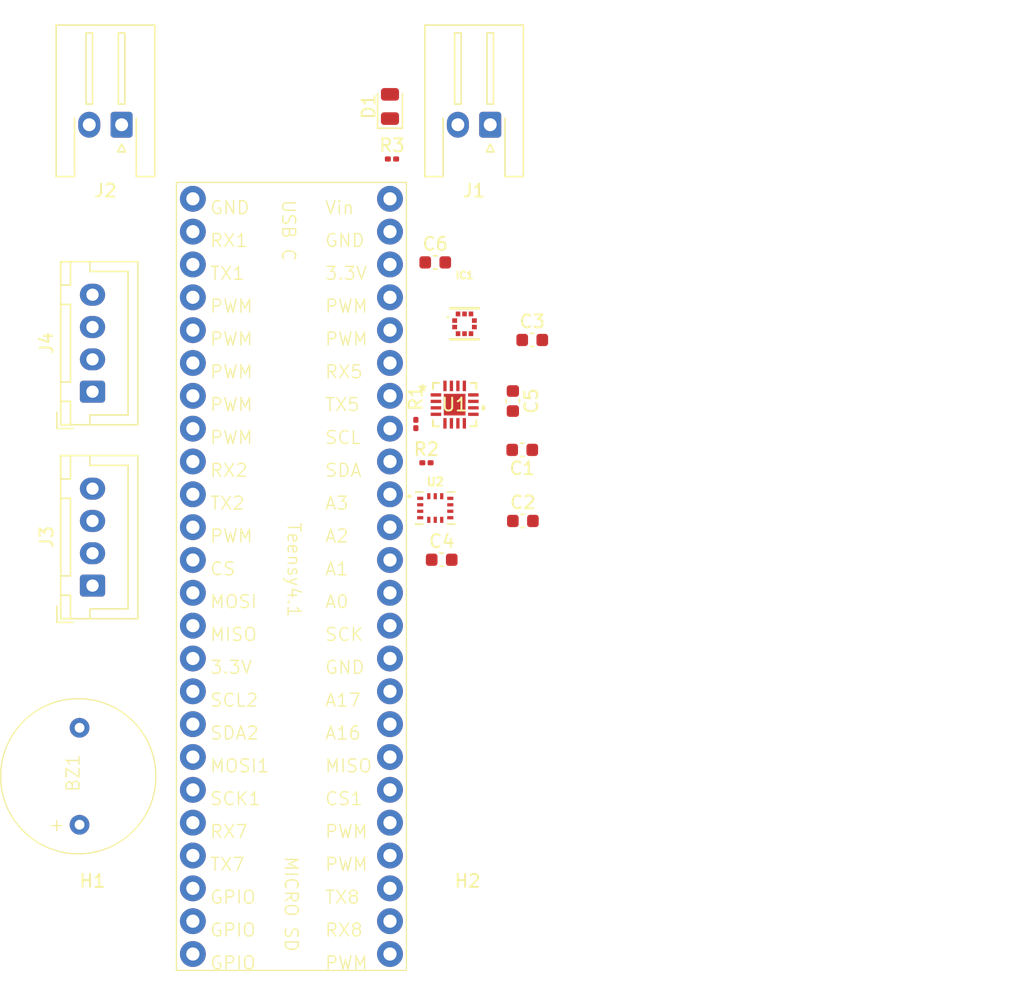
<source format=kicad_pcb>
(kicad_pcb (version 20241229) (generator "pcbnew") (generator_version "9.0")
  (layers (0 "F.Cu" signal) (2 "B.Cu" signal) (13 "F.Paste" user) (15 "B.Paste" user) (5 "F.SilkS" user "F.Silkscreen") (7 "B.SilkS" user "B.Silkscreen") (1 "F.Mask" user) (3 "B.Mask" user) (25 "Edge.Cuts" user))
  (net 0 "")
  (net 3 "/TX")
  (net 4 "/SCL")
  (net 10 "Net-(BZ1-+)")
  (net 12 "GND")
  (net 13 "+5V")
  (net 19 "/RX")
  (net 26 "+3.3V")
  (net 44 "/SDA")
  (net 46 "/Batt-Sw")
  (net 49 "Net-(D1-A)")
  (footprint "Connector_JST:JST_XH_B4B-XH-A_1x04_P2.50mm_Vertical" (layer "F.Cu") (at 142 59.5 90)
    (property "Reference" "J4" (at 3.75 -3.55 90) (layer "F.SilkS"))
    (property "Value" "Radio")
    (fp_line (start -1.6 -2.75) (end -2.85 -2.75) (stroke (width 0.12)) (layer "F.SilkS"))
    (fp_line (start -2.85 -2.75) (end -2.85 -1.5) (stroke (width 0.12)) (layer "F.SilkS"))
    (fp_line (start 10.06 -2.46) (end -2.56 -2.46) (stroke (width 0.12)) (layer "F.SilkS"))
    (fp_line (start -2.56 -2.46) (end -2.56 3.51) (stroke (width 0.12)) (layer "F.SilkS"))
    (fp_line (start 10.05 -2.45) (end 8.25 -2.45) (stroke (width 0.12)) (layer "F.SilkS"))
    (fp_line (start 8.25 -2.45) (end 8.25 -1.7) (stroke (width 0.12)) (layer "F.SilkS"))
    (fp_line (start 6.75 -2.45) (end 0.75 -2.45) (stroke (width 0.12)) (layer "F.SilkS"))
    (fp_line (start 0.75 -2.45) (end 0.75 -1.7) (stroke (width 0.12)) (layer "F.SilkS"))
    (fp_line (start -0.75 -2.45) (end -2.55 -2.45) (stroke (width 0.12)) (layer "F.SilkS"))
    (fp_line (start -2.55 -2.45) (end -2.55 -1.7) (stroke (width 0.12)) (layer "F.SilkS"))
    (fp_line (start 10.05 -1.7) (end 10.05 -2.45) (stroke (width 0.12)) (layer "F.SilkS"))
    (fp_line (start 8.25 -1.7) (end 10.05 -1.7) (stroke (width 0.12)) (layer "F.SilkS"))
    (fp_line (start 6.75 -1.7) (end 6.75 -2.45) (stroke (width 0.12)) (layer "F.SilkS"))
    (fp_line (start 0.75 -1.7) (end 6.75 -1.7) (stroke (width 0.12)) (layer "F.SilkS"))
    (fp_line (start -0.75 -1.7) (end -0.75 -2.45) (stroke (width 0.12)) (layer "F.SilkS"))
    (fp_line (start -2.55 -1.7) (end -0.75 -1.7) (stroke (width 0.12)) (layer "F.SilkS"))
    (fp_line (start 10.05 -0.2) (end 9.3 -0.2) (stroke (width 0.12)) (layer "F.SilkS"))
    (fp_line (start 9.3 -0.2) (end 9.3 2.75) (stroke (width 0.12)) (layer "F.SilkS"))
    (fp_line (start -1.8 -0.2) (end -1.8 2.75) (stroke (width 0.12)) (layer "F.SilkS"))
    (fp_line (start -2.55 -0.2) (end -1.8 -0.2) (stroke (width 0.12)) (layer "F.SilkS"))
    (fp_line (start 9.3 2.75) (end 3.75 2.75) (stroke (width 0.12)) (layer "F.SilkS"))
    (fp_line (start -1.8 2.75) (end 3.75 2.75) (stroke (width 0.12)) (layer "F.SilkS"))
    (fp_line (start 10.06 3.51) (end 10.06 -2.46) (stroke (width 0.12)) (layer "F.SilkS"))
    (fp_line (start -2.56 3.51) (end 10.06 3.51) (stroke (width 0.12)) (layer "F.SilkS"))
    (pad "1" thru_hole roundrect (at 0 0 90) (size 1.7 1.95) (drill 0.95) (layers "*.Cu" "*.Mask") (roundrect_rratio 0.147059) (net 26 "+3.3V"))
    (pad "2" thru_hole oval (at 2.5 0 90) (size 1.7 1.95) (drill 0.95) (layers "*.Cu" "*.Mask") (net 3 "/TX"))
    (pad "3" thru_hole oval (at 5 0 90) (size 1.7 1.95) (drill 0.95) (layers "*.Cu" "*.Mask") (net 19 "/RX"))
    (pad "4" thru_hole oval (at 7.5 0 90) (size 1.7 1.95) (drill 0.95) (layers "*.Cu" "*.Mask") (net 12 "GND"))
  )
  (footprint "Capacitor_SMD:C_0603_1608Metric" (layer "F.Cu") (at 169 72.5)
    (property "Reference" "C4" (at 0 -1.43 0) (layer "F.SilkS"))
    (property "Value" "100nF")
    (fp_line (start -0.14058 -0.51) (end 0.14058 -0.51) (stroke (width 0.12)) (layer "F.SilkS"))
    (fp_line (start -0.14058 0.51) (end 0.14058 0.51) (stroke (width 0.12)) (layer "F.SilkS"))
    (pad "1" smd roundrect (at -0.775 0) (size 0.9 0.95) (layers "F.Cu" "F.Mask" "F.Paste") (net 12 "GND"))
    (pad "2" smd roundrect (at 0.775 0) (size 0.9 0.95) (layers "F.Cu" "F.Mask" "F.Paste") (net 26 "+3.3V"))
  )
  (footprint "Connector_JST:JST_XH_S2B-XH-A-1_1x02_P2.50mm_Horizontal" (layer "F.Cu") (at 172.75 38.85 180)
    (property "Reference" "J1" (at 1.25 -5.1 0) (layer "F.SilkS"))
    (property "Value" "BAT")
    (fp_line (start 5.06 7.71) (end 5.06 -4.01) (stroke (width 0.12)) (layer "F.SilkS"))
    (fp_line (start 5.06 -4.01) (end 3.64 -4.01) (stroke (width 0.12)) (layer "F.SilkS"))
    (fp_line (start 3.64 -4.01) (end 3.64 0.49) (stroke (width 0.12)) (layer "F.SilkS"))
    (fp_line (start 2.75 7.1) (end 2.75 1.6) (stroke (width 0.12)) (layer "F.SilkS"))
    (fp_line (start 2.75 1.6) (end 2.25 1.6) (stroke (width 0.12)) (layer "F.SilkS"))
    (fp_line (start 2.25 7.1) (end 2.75 7.1) (stroke (width 0.12)) (layer "F.SilkS"))
    (fp_line (start 2.25 1.6) (end 2.25 7.1) (stroke (width 0.12)) (layer "F.SilkS"))
    (fp_line (start 1.25 7.71) (end 5.06 7.71) (stroke (width 0.12)) (layer "F.SilkS"))
    (fp_line (start 1.25 7.71) (end -2.56 7.71) (stroke (width 0.12)) (layer "F.SilkS"))
    (fp_line (start 0.3 -2.1) (end 0 -1.5) (stroke (width 0.12)) (layer "F.SilkS"))
    (fp_line (start 0.25 7.1) (end 0.25 1.6) (stroke (width 0.12)) (layer "F.SilkS"))
    (fp_line (start 0.25 1.6) (end -0.25 1.6) (stroke (width 0.12)) (layer "F.SilkS"))
    (fp_line (start 0 -1.5) (end -0.3 -2.1) (stroke (width 0.12)) (layer "F.SilkS"))
    (fp_line (start -0.25 7.1) (end 0.25 7.1) (stroke (width 0.12)) (layer "F.SilkS"))
    (fp_line (start -0.25 1.6) (end -0.25 7.1) (stroke (width 0.12)) (layer "F.SilkS"))
    (fp_line (start -0.3 -2.1) (end 0.3 -2.1) (stroke (width 0.12)) (layer "F.SilkS"))
    (fp_line (start -1.14 -4.01) (end -1.14 0.49) (stroke (width 0.12)) (layer "F.SilkS"))
    (fp_line (start -2.56 7.71) (end -2.56 -4.01) (stroke (width 0.12)) (layer "F.SilkS"))
    (fp_line (start -2.56 -4.01) (end -1.14 -4.01) (stroke (width 0.12)) (layer "F.SilkS"))
    (pad "1" thru_hole roundrect (at 0 0 180) (size 1.7 2) (drill 1) (layers "*.Cu" "*.Mask") (roundrect_rratio 0.147059) (net 46 "/Batt-Sw"))
    (pad "2" thru_hole oval (at 2.5 0 180) (size 1.7 2) (drill 1) (layers "*.Cu" "*.Mask") (net 12 "GND"))
  )
  (footprint "MountingHole:MountingHole_3.2mm_M3" (layer "F.Cu") (at 171 101.5)
    (property "Reference" "H2" (at 0 -4.15 0) (layer "F.SilkS"))
    (property "Value" "MountingHole")
    (pad "" np_thru_hole circle (at 0 0) (size 3.2 3.2) (drill 3.2) (layers "*.Cu" "*.Mask"))
  )
  (footprint "Connector_JST:JST_XH_B4B-XH-A_1x04_P2.50mm_Vertical" (layer "F.Cu") (at 142 74.5 90)
    (property "Reference" "J3" (at 3.75 -3.55 90) (layer "F.SilkS"))
    (property "Value" "GPS")
    (fp_line (start -1.6 -2.75) (end -2.85 -2.75) (stroke (width 0.12)) (layer "F.SilkS"))
    (fp_line (start -2.85 -2.75) (end -2.85 -1.5) (stroke (width 0.12)) (layer "F.SilkS"))
    (fp_line (start 10.06 -2.46) (end -2.56 -2.46) (stroke (width 0.12)) (layer "F.SilkS"))
    (fp_line (start -2.56 -2.46) (end -2.56 3.51) (stroke (width 0.12)) (layer "F.SilkS"))
    (fp_line (start 10.05 -2.45) (end 8.25 -2.45) (stroke (width 0.12)) (layer "F.SilkS"))
    (fp_line (start 8.25 -2.45) (end 8.25 -1.7) (stroke (width 0.12)) (layer "F.SilkS"))
    (fp_line (start 6.75 -2.45) (end 0.75 -2.45) (stroke (width 0.12)) (layer "F.SilkS"))
    (fp_line (start 0.75 -2.45) (end 0.75 -1.7) (stroke (width 0.12)) (layer "F.SilkS"))
    (fp_line (start -0.75 -2.45) (end -2.55 -2.45) (stroke (width 0.12)) (layer "F.SilkS"))
    (fp_line (start -2.55 -2.45) (end -2.55 -1.7) (stroke (width 0.12)) (layer "F.SilkS"))
    (fp_line (start 10.05 -1.7) (end 10.05 -2.45) (stroke (width 0.12)) (layer "F.SilkS"))
    (fp_line (start 8.25 -1.7) (end 10.05 -1.7) (stroke (width 0.12)) (layer "F.SilkS"))
    (fp_line (start 6.75 -1.7) (end 6.75 -2.45) (stroke (width 0.12)) (layer "F.SilkS"))
    (fp_line (start 0.75 -1.7) (end 6.75 -1.7) (stroke (width 0.12)) (layer "F.SilkS"))
    (fp_line (start -0.75 -1.7) (end -0.75 -2.45) (stroke (width 0.12)) (layer "F.SilkS"))
    (fp_line (start -2.55 -1.7) (end -0.75 -1.7) (stroke (width 0.12)) (layer "F.SilkS"))
    (fp_line (start 10.05 -0.2) (end 9.3 -0.2) (stroke (width 0.12)) (layer "F.SilkS"))
    (fp_line (start 9.3 -0.2) (end 9.3 2.75) (stroke (width 0.12)) (layer "F.SilkS"))
    (fp_line (start -1.8 -0.2) (end -1.8 2.75) (stroke (width 0.12)) (layer "F.SilkS"))
    (fp_line (start -2.55 -0.2) (end -1.8 -0.2) (stroke (width 0.12)) (layer "F.SilkS"))
    (fp_line (start 9.3 2.75) (end 3.75 2.75) (stroke (width 0.12)) (layer "F.SilkS"))
    (fp_line (start -1.8 2.75) (end 3.75 2.75) (stroke (width 0.12)) (layer "F.SilkS"))
    (fp_line (start 10.06 3.51) (end 10.06 -2.46) (stroke (width 0.12)) (layer "F.SilkS"))
    (fp_line (start -2.56 3.51) (end 10.06 3.51) (stroke (width 0.12)) (layer "F.SilkS"))
    (pad "1" thru_hole roundrect (at 0 0 90) (size 1.7 1.95) (drill 0.95) (layers "*.Cu" "*.Mask") (roundrect_rratio 0.147059) (net 26 "+3.3V"))
    (pad "2" thru_hole oval (at 2.5 0 90) (size 1.7 1.95) (drill 0.95) (layers "*.Cu" "*.Mask") (net 44 "/SDA"))
    (pad "3" thru_hole oval (at 5 0 90) (size 1.7 1.95) (drill 0.95) (layers "*.Cu" "*.Mask") (net 4 "/SCL"))
    (pad "4" thru_hole oval (at 7.5 0 90) (size 1.7 1.95) (drill 0.95) (layers "*.Cu" "*.Mask") (net 12 "GND"))
  )
  (footprint "(2511020213301) Barometer Files:WSEN-PADS_2511020213301" (layer "F.Cu") (at 170.7625 54.25)
    (property "Reference" "IC1" (at 0 -3.75 0) (layer "F.SilkS") (effects (font (size 0.551181 0.551181))))
    (property "Value" "WSEN-PADS_2511020213301 (Barometer)")
    (fp_line (start -1.1 -1.2) (end 1.1 -1.2) (stroke (width 0.2)) (layer "F.SilkS"))
    (fp_line (start 1.1 1.2) (end -1.1 1.2) (stroke (width 0.2)) (layer "F.SilkS"))
    (fp_circle (center -1.27 -0.508) (end -1.22 -0.508) (stroke (width 0.1)) (fill no) (layer "F.SilkS"))
    (pad "1" smd rect (at -0.7625 -0.25) (size 0.375 0.35) (layers "F.Cu") (net 26 "+3.3V"))
    (pad "2" smd rect (at -0.7625 0.25) (size 0.375 0.35) (layers "F.Cu") (net 4 "/SCL"))
    (pad "3" smd rect (at -0.5 0.7625) (size 0.35 0.375) (layers "F.Cu") (net 12 "GND"))
    (pad "4" smd rect (at 0 0.7625) (size 0.35 0.375) (layers "F.Cu") (net 44 "/SDA"))
    (pad "5" smd rect (at 0.5 0.7625) (size 0.35 0.375) (layers "F.Cu") (net 26 "+3.3V"))
    (pad "6" smd rect (at 0.7625 0.25) (size 0.375 0.35) (layers "F.Cu") (net 26 "+3.3V"))
    (pad "7" smd rect (at 0.7625 -0.25) (size 0.375 0.35) (layers "F.Cu"))
    (pad "8" smd rect (at 0.5 -0.7625) (size 0.35 0.375) (layers "F.Cu") (net 12 "GND"))
    (pad "9" smd rect (at 0 -0.7625) (size 0.35 0.375) (layers "F.Cu") (net 12 "GND"))
    (pad "10" smd rect (at -0.5 -0.7625) (size 0.35 0.375) (layers "F.Cu") (net 26 "+3.3V"))
  )
  (footprint "Capacitor_SMD:C_0603_1608Metric" (layer "F.Cu") (at 176 55.5)
    (property "Reference" "C3" (at 0 -1.43 0) (layer "F.SilkS"))
    (property "Value" "100nF")
    (fp_line (start -0.14058 -0.51) (end 0.14058 -0.51) (stroke (width 0.12)) (layer "F.SilkS"))
    (fp_line (start -0.14058 0.51) (end 0.14058 0.51) (stroke (width 0.12)) (layer "F.SilkS"))
    (pad "1" smd roundrect (at -0.775 0) (size 0.9 0.95) (layers "F.Cu" "F.Mask" "F.Paste") (net 12 "GND"))
    (pad "2" smd roundrect (at 0.775 0) (size 0.9 0.95) (layers "F.Cu" "F.Mask" "F.Paste") (net 26 "+3.3V"))
  )
  (footprint "Magnetometer:QFN-16_MLX90393_MEL" (layer "F.Cu") (at 170 60.5)
    (property "Reference" "U1" (at 0 0 0) (layer "F.SilkS"))
    (property "Value" "MLX90393SLW-ABA-011-RE (Magnetometer)")
    (fp_line (start -1.6764 -1.6764) (end -1.6764 -1.209741) (stroke (width 0.1524)) (layer "F.SilkS"))
    (fp_line (start -1.6764 1.209741) (end -1.6764 1.6764) (stroke (width 0.1524)) (layer "F.SilkS"))
    (fp_line (start -1.6764 1.6764) (end -1.209741 1.6764) (stroke (width 0.1524)) (layer "F.SilkS"))
    (fp_line (start -1.209741 -1.6764) (end -1.6764 -1.6764) (stroke (width 0.1524)) (layer "F.SilkS"))
    (fp_line (start 1.209741 1.6764) (end 1.6764 1.6764) (stroke (width 0.1524)) (layer "F.SilkS"))
    (fp_line (start 1.6764 -1.6764) (end 1.209741 -1.6764) (stroke (width 0.1524)) (layer "F.SilkS"))
    (fp_line (start 1.6764 -1.209741) (end 1.6764 -1.6764) (stroke (width 0.1524)) (layer "F.SilkS"))
    (fp_line (start 1.6764 1.6764) (end 1.6764 1.209741) (stroke (width 0.1524)) (layer "F.SilkS"))
    (fp_poly (pts (xy 2.3622 0.059499) (xy 2.3622 0.4405) (xy 2.1082 0.4405) (xy 2.1082 0.059499)) (fill yes) (layer "F.SilkS"))
    (fp_text user "*" (at -2.4892 -1 0) (layer "F.SilkS"))
    (fp_text user "*" (at -2.4892 -1 0) (layer "F.SilkS"))
    (pad "1" smd rect (at -1.4478 -0.750001 90) (size 0.254 0.8128) (layers "F.Cu" "F.Mask" "F.Paste"))
    (pad "2" smd rect (at -1.4478 -0.25 90) (size 0.254 0.8128) (layers "F.Cu" "F.Mask" "F.Paste") (net 26 "+3.3V"))
    (pad "3" smd rect (at -1.4478 0.25 90) (size 0.254 0.8128) (layers "F.Cu" "F.Mask" "F.Paste") (net 4 "/SCL"))
    (pad "4" smd rect (at -1.4478 0.750001 90) (size 0.254 0.8128) (layers "F.Cu" "F.Mask" "F.Paste"))
    (pad "5" smd rect (at -0.750001 1.4478) (size 0.254 0.8128) (layers "F.Cu" "F.Mask" "F.Paste") (net 44 "/SDA"))
    (pad "6" smd rect (at -0.25 1.4478) (size 0.254 0.8128) (layers "F.Cu" "F.Mask" "F.Paste"))
    (pad "7" smd rect (at 0.25 1.4478) (size 0.254 0.8128) (layers "F.Cu" "F.Mask" "F.Paste"))
    (pad "8" smd rect (at 0.750001 1.4478) (size 0.254 0.8128) (layers "F.Cu" "F.Mask" "F.Paste") (net 26 "+3.3V"))
    (pad "9" smd rect (at 1.4478 0.750001 90) (size 0.254 0.8128) (layers "F.Cu" "F.Mask" "F.Paste"))
    (pad "10" smd rect (at 1.4478 0.25 90) (size 0.254 0.8128) (layers "F.Cu" "F.Mask" "F.Paste"))
    (pad "11" smd rect (at 1.4478 -0.25 90) (size 0.254 0.8128) (layers "F.Cu" "F.Mask" "F.Paste") (net 26 "+3.3V"))
    (pad "12" smd rect (at 1.4478 -0.750001 90) (size 0.254 0.8128) (layers "F.Cu" "F.Mask" "F.Paste") (net 26 "+3.3V"))
    (pad "13" smd rect (at 0.750001 -1.4478) (size 0.254 0.8128) (layers "F.Cu" "F.Mask" "F.Paste") (net 12 "GND"))
    (pad "14" smd rect (at 0.25 -1.4478) (size 0.254 0.8128) (layers "F.Cu" "F.Mask" "F.Paste"))
    (pad "15" smd rect (at -0.25 -1.4478) (size 0.254 0.8128) (layers "F.Cu" "F.Mask" "F.Paste") (net 26 "+3.3V"))
    (pad "16" smd rect (at -0.750001 -1.4478) (size 0.254 0.8128) (layers "F.Cu" "F.Mask" "F.Paste"))
    (pad "17" smd rect (at 0 0) (size 1.6764 1.6764) (layers "F.Cu" "F.Mask" "F.Paste"))
  )
  (footprint "MountingHole:MountingHole_3.2mm_M3" (layer "F.Cu") (at 142 101.5)
    (property "Reference" "H1" (at 0 -4.15 0) (layer "F.SilkS"))
    (property "Value" "MountingHole")
    (pad "" np_thru_hole circle (at 0 0) (size 3.2 3.2) (drill 3.2) (layers "*.Cu" "*.Mask"))
  )
  (footprint "Resistor_SMD:R_0201_0603Metric" (layer "F.Cu") (at 165.155 41.5)
    (property "Reference" "R3" (at 0 -1.05 0) (layer "F.SilkS"))
    (property "Value" "560")
    (pad "1" smd roundrect (at -0.32 0) (size 0.46 0.4) (layers "F.Cu" "F.Mask") (net 49 "Net-(D1-A)"))
    (pad "2" smd roundrect (at 0.32 0) (size 0.46 0.4) (layers "F.Cu" "F.Mask") (net 26 "+3.3V"))
  )
  (footprint "(BMI270) IMU Files:XDCR_BMI270" (layer "F.Cu") (at 168.5 68.5)
    (property "Reference" "U2" (at -0.008 -2.0314 0) (layer "F.SilkS") (effects (font (size 0.64 0.64))))
    (property "Value" "BMI270 (IMU)")
    (fp_line (start -1.5 -1.25) (end -1.5 -1.195) (stroke (width 0.127)) (layer "F.SilkS"))
    (fp_line (start -1.5 -1.25) (end -0.945 -1.25) (stroke (width 0.127)) (layer "F.SilkS"))
    (fp_line (start -1.5 1.195) (end -1.5 1.25) (stroke (width 0.127)) (layer "F.SilkS"))
    (fp_line (start -1.5 1.25) (end -0.945 1.25) (stroke (width 0.127)) (layer "F.SilkS"))
    (fp_line (start 0.945 -1.25) (end 1.5 -1.25) (stroke (width 0.127)) (layer "F.SilkS"))
    (fp_line (start 0.945 1.25) (end 1.5 1.25) (stroke (width 0.127)) (layer "F.SilkS"))
    (fp_line (start 1.5 -1.25) (end 1.5 -1.195) (stroke (width 0.127)) (layer "F.SilkS"))
    (fp_line (start 1.5 1.195) (end 1.5 1.25) (stroke (width 0.127)) (layer "F.SilkS"))
    (fp_circle (center -2 -0.9) (end -1.925 -0.9) (stroke (width 0.15)) (fill no) (layer "F.SilkS"))
    (pad "1" smd rect (at -1.1625 -0.75) (size 0.475 0.25) (layers "F.Cu" "F.Mask" "F.Paste") (net 12 "GND"))
    (pad "2" smd rect (at -1.1625 -0.25) (size 0.475 0.25) (layers "F.Cu" "F.Mask" "F.Paste"))
    (pad "3" smd rect (at -1.1625 0.25) (size 0.475 0.25) (layers "F.Cu" "F.Mask" "F.Paste"))
    (pad "4" smd rect (at -1.1625 0.75) (size 0.475 0.25) (layers "F.Cu" "F.Mask" "F.Paste"))
    (pad "5" smd rect (at -0.5 0.9125) (size 0.25 0.475) (layers "F.Cu" "F.Mask" "F.Paste") (net 26 "+3.3V"))
    (pad "6" smd rect (at 0 0.9125) (size 0.25 0.475) (layers "F.Cu" "F.Mask" "F.Paste") (net 12 "GND"))
    (pad "7" smd rect (at 0.5 0.9125) (size 0.25 0.475) (layers "F.Cu" "F.Mask" "F.Paste") (net 12 "GND"))
    (pad "8" smd rect (at 1.1625 0.75) (size 0.475 0.25) (layers "F.Cu" "F.Mask" "F.Paste") (net 26 "+3.3V"))
    (pad "9" smd rect (at 1.1625 0.25) (size 0.475 0.25) (layers "F.Cu" "F.Mask" "F.Paste"))
    (pad "10" smd rect (at 1.1625 -0.25) (size 0.475 0.25) (layers "F.Cu" "F.Mask" "F.Paste"))
    (pad "11" smd rect (at 1.1625 -0.75) (size 0.475 0.25) (layers "F.Cu" "F.Mask" "F.Paste"))
    (pad "12" smd rect (at 0.5 -0.9125) (size 0.25 0.475) (layers "F.Cu" "F.Mask" "F.Paste") (net 26 "+3.3V"))
    (pad "13" smd rect (at 0 -0.9125) (size 0.25 0.475) (layers "F.Cu" "F.Mask" "F.Paste") (net 4 "/SCL"))
    (pad "14" smd rect (at -0.5 -0.9125) (size 0.25 0.475) (layers "F.Cu" "F.Mask" "F.Paste") (net 44 "/SDA"))
  )
  (footprint "LED_SMD:LED_0805_2012Metric" (layer "F.Cu") (at 165 37.4375 90)
    (property "Reference" "D1" (at 0 -1.65 90) (layer "F.SilkS"))
    (property "Value" "LED")
    (fp_line (start 1 -0.96) (end -1.685 -0.96) (stroke (width 0.12)) (layer "F.SilkS"))
    (fp_line (start -1.685 -0.96) (end -1.685 0.96) (stroke (width 0.12)) (layer "F.SilkS"))
    (fp_line (start -1.685 0.96) (end 1 0.96) (stroke (width 0.12)) (layer "F.SilkS"))
    (pad "1" smd roundrect (at -0.9375 0 90) (size 0.975 1.4) (layers "F.Cu" "F.Mask" "F.Paste") (net 12 "GND"))
    (pad "2" smd roundrect (at 0.9375 0 90) (size 0.975 1.4) (layers "F.Cu" "F.Mask" "F.Paste") (net 49 "Net-(D1-A)"))
  )
  (footprint "Resistor_SMD:R_0201_0603Metric" (layer "F.Cu") (at 167.82 65)
    (property "Reference" "R2" (at 0 -1.05 0) (layer "F.SilkS"))
    (property "Value" "5.1kR")
    (pad "1" smd roundrect (at -0.32 0) (size 0.46 0.4) (layers "F.Cu" "F.Mask") (net 44 "/SDA"))
    (pad "2" smd roundrect (at 0.32 0) (size 0.46 0.4) (layers "F.Cu" "F.Mask") (net 26 "+3.3V"))
  )
  (footprint "Capacitor_SMD:C_0603_1608Metric" (layer "F.Cu") (at 175.225 64 180)
    (property "Reference" "C1" (at 0 -1.43 0) (layer "F.SilkS"))
    (property "Value" "100nF")
    (fp_line (start -0.14058 0.51) (end 0.14058 0.51) (stroke (width 0.12)) (layer "F.SilkS"))
    (fp_line (start -0.14058 -0.51) (end 0.14058 -0.51) (stroke (width 0.12)) (layer "F.SilkS"))
    (pad "1" smd roundrect (at -0.775 0 180) (size 0.9 0.95) (layers "F.Cu" "F.Mask" "F.Paste") (net 12 "GND"))
    (pad "2" smd roundrect (at 0.775 0 180) (size 0.9 0.95) (layers "F.Cu" "F.Mask" "F.Paste") (net 26 "+3.3V"))
  )
  (footprint "footprint:Adafruit_Buzzer" (layer "F.Cu") (at 141 89 90)
    (property "Reference" "BZ1" (at 0 -0.5 90) (layer "F.SilkS") (effects (font (thickness 0.1))))
    (property "Value" "Buzzer")
    (fp_circle (center -0.25 -0.1) (end 5.75 -0.25) (stroke (width 0.1)) (fill no) (layer "F.SilkS"))
    (fp_text user "+" (at -4.75 -1.25 90) (layer "F.SilkS") (effects (font (thickness 0.1)) (justify left bottom)))
    (pad "1" thru_hole circle (at -4 0 90) (size 1.524 1.524) (drill 0.762) (layers "*.Cu" "*.Mask") (net 10 "Net-(BZ1-+)"))
    (pad "2" thru_hole circle (at 3.5 0 90) (size 1.524 1.524) (drill 0.762) (layers "*.Cu" "*.Mask") (net 12 "GND"))
  )
  (footprint "Capacitor_SMD:C_0603_1608Metric" (layer "F.Cu") (at 175.275 69.5)
    (property "Reference" "C2" (at 0 -1.43 0) (layer "F.SilkS"))
    (property "Value" "100nF")
    (fp_line (start -0.14058 -0.51) (end 0.14058 -0.51) (stroke (width 0.12)) (layer "F.SilkS"))
    (fp_line (start -0.14058 0.51) (end 0.14058 0.51) (stroke (width 0.12)) (layer "F.SilkS"))
    (pad "1" smd roundrect (at -0.775 0) (size 0.9 0.95) (layers "F.Cu" "F.Mask" "F.Paste") (net 12 "GND"))
    (pad "2" smd roundrect (at 0.775 0) (size 0.9 0.95) (layers "F.Cu" "F.Mask" "F.Paste") (net 26 "+3.3V"))
  )
  (footprint "Capacitor_SMD:C_0603_1608Metric" (layer "F.Cu") (at 168.5 49.5)
    (property "Reference" "C6" (at 0 -1.43 0) (layer "F.SilkS"))
    (property "Value" "100nF")
    (fp_line (start -0.14058 -0.51) (end 0.14058 -0.51) (stroke (width 0.12)) (layer "F.SilkS"))
    (fp_line (start -0.14058 0.51) (end 0.14058 0.51) (stroke (width 0.12)) (layer "F.SilkS"))
    (pad "1" smd roundrect (at -0.775 0) (size 0.9 0.95) (layers "F.Cu" "F.Mask" "F.Paste") (net 12 "GND"))
    (pad "2" smd roundrect (at 0.775 0) (size 0.9 0.95) (layers "F.Cu" "F.Mask" "F.Paste") (net 26 "+3.3V"))
  )
  (footprint "Resistor_SMD:R_0201_0603Metric" (layer "F.Cu") (at 167 62 90)
    (property "Reference" "R1" (at 2 0 90) (layer "F.SilkS"))
    (property "Value" "5.1kR")
    (pad "1" smd roundrect (at -0.32 0 90) (size 0.46 0.4) (layers "F.Cu" "F.Mask") (net 4 "/SCL"))
    (pad "2" smd roundrect (at 0.32 0 90) (size 0.46 0.4) (layers "F.Cu" "F.Mask") (net 26 "+3.3V"))
  )
  (footprint "Capacitor_SMD:C_0603_1608Metric" (layer "F.Cu") (at 174.5 60.225 -90)
    (property "Reference" "C5" (at 0 -1.43 90) (layer "F.SilkS"))
    (property "Value" "100nF")
    (fp_line (start -0.14058 0.51) (end 0.14058 0.51) (stroke (width 0.12)) (layer "F.SilkS"))
    (fp_line (start -0.14058 -0.51) (end 0.14058 -0.51) (stroke (width 0.12)) (layer "F.SilkS"))
    (pad "1" smd roundrect (at -0.775 0 270) (size 0.9 0.95) (layers "F.Cu" "F.Mask" "F.Paste") (net 12 "GND"))
    (pad "2" smd roundrect (at 0.775 0 270) (size 0.9 0.95) (layers "F.Cu" "F.Mask" "F.Paste") (net 26 "+3.3V"))
  )
  (footprint "Connector_JST:JST_XH_S2B-XH-A-1_1x02_P2.50mm_Horizontal" (layer "F.Cu") (at 144.25 38.85 180)
    (property "Reference" "J2" (at 1.25 -5.1 0) (layer "F.SilkS"))
    (property "Value" "SW")
    (fp_line (start 5.06 7.71) (end 5.06 -4.01) (stroke (width 0.12)) (layer "F.SilkS"))
    (fp_line (start 5.06 -4.01) (end 3.64 -4.01) (stroke (width 0.12)) (layer "F.SilkS"))
    (fp_line (start 3.64 -4.01) (end 3.64 0.49) (stroke (width 0.12)) (layer "F.SilkS"))
    (fp_line (start 2.75 7.1) (end 2.75 1.6) (stroke (width 0.12)) (layer "F.SilkS"))
    (fp_line (start 2.75 1.6) (end 2.25 1.6) (stroke (width 0.12)) (layer "F.SilkS"))
    (fp_line (start 2.25 7.1) (end 2.75 7.1) (stroke (width 0.12)) (layer "F.SilkS"))
    (fp_line (start 2.25 1.6) (end 2.25 7.1) (stroke (width 0.12)) (layer "F.SilkS"))
    (fp_line (start 1.25 7.71) (end 5.06 7.71) (stroke (width 0.12)) (layer "F.SilkS"))
    (fp_line (start 1.25 7.71) (end -2.56 7.71) (stroke (width 0.12)) (layer "F.SilkS"))
    (fp_line (start 0.3 -2.1) (end 0 -1.5) (stroke (width 0.12)) (layer "F.SilkS"))
    (fp_line (start 0.25 7.1) (end 0.25 1.6) (stroke (width 0.12)) (layer "F.SilkS"))
    (fp_line (start 0.25 1.6) (end -0.25 1.6) (stroke (width 0.12)) (layer "F.SilkS"))
    (fp_line (start 0 -1.5) (end -0.3 -2.1) (stroke (width 0.12)) (layer "F.SilkS"))
    (fp_line (start -0.25 7.1) (end 0.25 7.1) (stroke (width 0.12)) (layer "F.SilkS"))
    (fp_line (start -0.25 1.6) (end -0.25 7.1) (stroke (width 0.12)) (layer "F.SilkS"))
    (fp_line (start -0.3 -2.1) (end 0.3 -2.1) (stroke (width 0.12)) (layer "F.SilkS"))
    (fp_line (start -1.14 -4.01) (end -1.14 0.49) (stroke (width 0.12)) (layer "F.SilkS"))
    (fp_line (start -2.56 7.71) (end -2.56 -4.01) (stroke (width 0.12)) (layer "F.SilkS"))
    (fp_line (start -2.56 -4.01) (end -1.14 -4.01) (stroke (width 0.12)) (layer "F.SilkS"))
    (pad "1" thru_hole roundrect (at 0 0 180) (size 1.7 2) (drill 1) (layers "*.Cu" "*.Mask") (roundrect_rratio 0.147059) (net 13 "+5V"))
    (pad "2" thru_hole oval (at 2.5 0 180) (size 1.7 2) (drill 1) (layers "*.Cu" "*.Mask") (net 46 "/Batt-Sw"))
  )
  (footprint "footprint:teensy" (layer "F.Cu") (at 157.38 73.79)
    (property "Reference" "Teensy4.1" (at 0.2 -0.5 270) (layer "F.SilkS") (effects (font (thickness 0.1))))
    (property "Value" "~")
    (fp_line (start -8.89 -1.27) (end -8.89 -30.48) (stroke (width 0.1)) (layer "F.SilkS"))
    (fp_line (start -8.89 -1.27) (end -8.89 0) (stroke (width 0.1)) (layer "F.SilkS"))
    (fp_line (start -8.89 0) (end -8.89 30.48) (stroke (width 0.1)) (layer "F.SilkS"))
    (fp_line (start -8.89 30.48) (end 8.89 30.48) (stroke (width 0.1)) (layer "F.SilkS"))
    (fp_line (start 8.89 -30.48) (end -8.89 -30.48) (stroke (width 0.1)) (layer "F.SilkS"))
    (fp_line (start 8.89 -30.48) (end 8.89 -2.54) (stroke (width 0.1)) (layer "F.SilkS"))
    (fp_line (start 8.89 30.48) (end 8.89 -2.54) (stroke (width 0.1)) (layer "F.SilkS"))
    (fp_text user "PWM" (at -6.35 -2.54 0) (layer "F.SilkS") (effects (font (thickness 0.1)) (justify left bottom)))
    (fp_text user "GPIO" (at -6.35 27.94 0) (layer "F.SilkS") (effects (font (thickness 0.1)) (justify left bottom)))
    (fp_text user "3.3V" (at -6.35 7.62 0) (layer "F.SilkS") (effects (font (thickness 0.1)) (justify left bottom)))
    (fp_text user "A17" (at 2.54 10.16 0) (layer "F.SilkS") (effects (font (thickness 0.1)) (justify left bottom)))
    (fp_text user "GPIO" (at -6.35 25.4 0) (layer "F.SilkS") (effects (font (thickness 0.1)) (justify left bottom)))
    (fp_text user "RX7" (at -6.35 20.32 0) (layer "F.SilkS") (effects (font (thickness 0.1)) (justify left bottom)))
    (fp_text user "RX8" (at 2.54 27.94 0) (layer "F.SilkS") (effects (font (thickness 0.1)) (justify left bottom)))
    (fp_text user "TX2" (at -6.35 -5.08 0) (layer "F.SilkS") (effects (font (thickness 0.1)) (justify left bottom)))
    (fp_text user "TX5" (at 2.54 -12.7 0) (layer "F.SilkS") (effects (font (thickness 0.1)) (justify left bottom)))
    (fp_text user "SCK1" (at -6.35 17.78 0) (layer "F.SilkS") (effects (font (thickness 0.1)) (justify left bottom)))
    (fp_text user "SCK" (at 2.54 5.08 0) (layer "F.SilkS") (effects (font (thickness 0.1)) (justify left bottom)))
    (fp_text user "SCL2" (at -6.35 10.16 0) (layer "F.SilkS") (effects (font (thickness 0.1)) (justify left bottom)))
    (fp_text user "RX1" (at -6.35 -25.4 0) (layer "F.SilkS") (effects (font (thickness 0.1)) (justify left bottom)))
    (fp_text user "A0" (at 2.54 2.54 0) (layer "F.SilkS") (effects (font (thickness 0.1)) (justify left bottom)))
    (fp_text user "Vin" (at 2.54 -27.94 0) (layer "F.SilkS") (effects (font (thickness 0.1)) (justify left bottom)))
    (fp_text user "TX8" (at 2.54 25.4 0) (layer "F.SilkS") (effects (font (thickness 0.1)) (justify left bottom)))
    (fp_text user "PWM" (at 2.54 30.48 0) (layer "F.SilkS") (effects (font (thickness 0.1)) (justify left bottom)))
    (fp_text user "PWM" (at 2.54 22.86 0) (layer "F.SilkS") (effects (font (thickness 0.1)) (justify left bottom)))
    (fp_text user "MICRO SD" (at -0.6 21.59 270) (layer "F.SilkS") (effects (font (thickness 0.1)) (justify left bottom)))
    (fp_text user "3.3V" (at 2.54 -22.86 0) (layer "F.SilkS") (effects (font (thickness 0.1)) (justify left bottom)))
    (fp_text user "CS" (at -6.35 0 0) (layer "F.SilkS") (effects (font (thickness 0.1)) (justify left bottom)))
    (fp_text user "MISO" (at -6.35 5.08 0) (layer "F.SilkS") (effects (font (thickness 0.1)) (justify left bottom)))
    (fp_text user "PWM" (at -6.35 -15.24 0) (layer "F.SilkS") (effects (font (thickness 0.1)) (justify left bottom)))
    (fp_text user "PWM" (at -6.35 -17.78 0) (layer "F.SilkS") (effects (font (thickness 0.1)) (justify left bottom)))
    (fp_text user "GND" (at 2.54 -25.4 0) (layer "F.SilkS") (effects (font (thickness 0.1)) (justify left bottom)))
    (fp_text user "MOSI" (at -6.35 2.54 0) (layer "F.SilkS") (effects (font (thickness 0.1)) (justify left bottom)))
    (fp_text user "PWM" (at -6.35 -10.16 0) (layer "F.SilkS") (effects (font (thickness 0.1)) (justify left bottom)))
    (fp_text user "CS1" (at 2.54 17.78 0) (layer "F.SilkS") (effects (font (thickness 0.1)) (justify left bottom)))
    (fp_text user "GPIO" (at -6.35 30.48 0) (layer "F.SilkS") (effects (font (thickness 0.1)) (justify left bottom)))
    (fp_text user "RX2" (at -6.35 -7.62 0) (layer "F.SilkS") (effects (font (thickness 0.1)) (justify left bottom)))
    (fp_text user "SDA2" (at -6.35 12.7 0) (layer "F.SilkS") (effects (font (thickness 0.1)) (justify left bottom)))
    (fp_text user "SCL" (at 2.54 -10.16 0) (layer "F.SilkS") (effects (font (thickness 0.1)) (justify left bottom)))
    (fp_text user "TX1" (at -6.35 -22.86 0) (layer "F.SilkS") (effects (font (thickness 0.1)) (justify left bottom)))
    (fp_text user "TX7" (at -6.35 22.86 0) (layer "F.SilkS") (effects (font (thickness 0.1)) (justify left bottom)))
    (fp_text user "PWM" (at 2.54 -20.32 0) (layer "F.SilkS") (effects (font (thickness 0.1)) (justify left bottom)))
    (fp_text user "A1" (at 2.54 0 0) (layer "F.SilkS") (effects (font (thickness 0.1)) (justify left bottom)))
    (fp_text user "MISO" (at 2.54 15.24 0) (layer "F.SilkS") (effects (font (thickness 0.1)) (justify left bottom)))
    (fp_text user "A16" (at 2.54 12.7 0) (layer "F.SilkS") (effects (font (thickness 0.1)) (justify left bottom)))
    (fp_text user "A2" (at 2.54 -2.54 0) (layer "F.SilkS") (effects (font (thickness 0.1)) (justify left bottom)))
    (fp_text user "MOSI1" (at -6.35 15.24 0) (layer "F.SilkS") (effects (font (thickness 0.1)) (justify left bottom)))
    (fp_text user "RX5" (at 2.54 -15.24 0) (layer "F.SilkS") (effects (font (thickness 0.1)) (justify left bottom)))
    (fp_text user "PWM" (at -6.35 -12.7 0) (layer "F.SilkS") (effects (font (thickness 0.1)) (justify left bottom)))
    (fp_text user "GND" (at -6.35 -27.94 0) (layer "F.SilkS") (effects (font (thickness 0.1)) (justify left bottom)))
    (fp_text user "GND" (at 2.54 7.62 0) (layer "F.SilkS") (effects (font (thickness 0.1)) (justify left bottom)))
    (fp_text user "A3" (at 2.54 -5.08 0) (layer "F.SilkS") (effects (font (thickness 0.1)) (justify left bottom)))
    (fp_text user "PWM" (at 2.54 -17.78 0) (layer "F.SilkS") (effects (font (thickness 0.1)) (justify left bottom)))
    (fp_text user "PWM" (at 2.54 20.32 0) (layer "F.SilkS") (effects (font (thickness 0.1)) (justify left bottom)))
    (fp_text user "PWM" (at -6.35 -20.32 0) (layer "F.SilkS") (effects (font (thickness 0.1)) (justify left bottom)))
    (fp_text user "USB C" (at -0.8 -29.2 270) (layer "F.SilkS") (effects (font (thickness 0.1)) (justify left bottom)))
    (fp_text user "SDA" (at 2.54 -7.62 0) (layer "F.SilkS") (effects (font (thickness 0.1)) (justify left bottom)))
    (pad "0" thru_hole circle (at -7.62 -26.67) (size 2 2) (drill 1.02) (layers "*.Cu" "*.Mask") (net 19 "/RX"))
    (pad "1" thru_hole circle (at -7.62 -24.13) (size 2 2) (drill 1.02) (layers "*.Cu" "*.Mask") (net 3 "/TX"))
    (pad "2" thru_hole circle (at -7.62 -21.59) (size 2 2) (drill 1.02) (layers "*.Cu" "*.Mask"))
    (pad "3" thru_hole circle (at -7.62 -19.05) (size 2 2) (drill 1.02) (layers "*.Cu" "*.Mask"))
    (pad "3V" thru_hole circle (at -7.62 6.35) (size 2 2) (drill 1.02) (layers "*.Cu" "*.Mask") (net 26 "+3.3V"))
    (pad "3V1" thru_hole circle (at 7.62 -24.13) (size 2 2) (drill 1.02) (layers "*.Cu" "*.Mask") (net 26 "+3.3V"))
    (pad "4" thru_hole circle (at -7.62 -16.51) (size 2 2) (drill 1.02) (layers "*.Cu" "*.Mask"))
    (pad "5" thru_hole circle (at -7.62 -13.97) (size 2 2) (drill 1.02) (layers "*.Cu" "*.Mask"))
    (pad "5V" thru_hole circle (at 7.62 -29.21) (size 2 2) (drill 1.02) (layers "*.Cu" "*.Mask") (net 13 "+5V"))
    (pad "6" thru_hole circle (at -7.62 -11.43) (size 2 2) (drill 1.02) (layers "*.Cu" "*.Mask"))
    (pad "7" thru_hole circle (at -7.62 -8.89) (size 2 2) (drill 1.02) (layers "*.Cu" "*.Mask"))
    (pad "8" thru_hole circle (at -7.62 -6.35) (size 2 2) (drill 1.02) (layers "*.Cu" "*.Mask"))
    (pad "9" thru_hole circle (at -7.62 -3.81) (size 2 2) (drill 1.02) (layers "*.Cu" "*.Mask"))
    (pad "10" thru_hole circle (at -7.62 -1.27) (size 2 2) (drill 1.02) (layers "*.Cu" "*.Mask"))
    (pad "11" thru_hole circle (at -7.62 1.27) (size 2 2) (drill 1.02) (layers "*.Cu" "*.Mask"))
    (pad "12" thru_hole circle (at -7.62 3.81) (size 2 2) (drill 1.02) (layers "*.Cu" "*.Mask"))
    (pad "13" thru_hole circle (at 7.62 3.81) (size 2 2) (drill 1.02) (layers "*.Cu" "*.Mask"))
    (pad "14" thru_hole circle (at 7.62 1.27) (size 2 2) (drill 1.02) (layers "*.Cu" "*.Mask"))
    (pad "15" thru_hole circle (at 7.62 -1.27) (size 2 2) (drill 1.02) (layers "*.Cu" "*.Mask"))
    (pad "16" thru_hole circle (at 7.62 -3.81) (size 2 2) (drill 1.02) (layers "*.Cu" "*.Mask"))
    (pad "17" thru_hole circle (at 7.62 -6.35) (size 2 2) (drill 1.02) (layers "*.Cu" "*.Mask"))
    (pad "18" thru_hole circle (at 7.62 -8.89) (size 2 2) (drill 1.02) (layers "*.Cu" "*.Mask") (net 44 "/SDA"))
    (pad "19" thru_hole circle (at 7.62 -11.43) (size 2 2) (drill 1.02) (layers "*.Cu" "*.Mask") (net 4 "/SCL"))
    (pad "20" thru_hole circle (at 7.62 -13.97) (size 2 2) (drill 1.02) (layers "*.Cu" "*.Mask"))
    (pad "21" thru_hole circle (at 7.62 -16.51) (size 2 2) (drill 1.02) (layers "*.Cu" "*.Mask"))
    (pad "22" thru_hole circle (at 7.62 -19.05) (size 2 2) (drill 1.02) (layers "*.Cu" "*.Mask"))
    (pad "23" thru_hole circle (at 7.62 -21.59) (size 2 2) (drill 1.02) (layers "*.Cu" "*.Mask"))
    (pad "24" thru_hole circle (at -7.62 8.89) (size 2 2) (drill 1.02) (layers "*.Cu" "*.Mask"))
    (pad "25" thru_hole circle (at -7.62 11.43) (size 2 2) (drill 1.02) (layers "*.Cu" "*.Mask"))
    (pad "26" thru_hole circle (at -7.62 13.97) (size 2 2) (drill 1.02) (layers "*.Cu" "*.Mask"))
    (pad "27" thru_hole circle (at -7.62 16.51) (size 2 2) (drill 1.02) (layers "*.Cu" "*.Mask"))
    (pad "28" thru_hole circle (at -7.62 19.05) (size 2 2) (drill 1.02) (layers "*.Cu" "*.Mask"))
    (pad "29" thru_hole circle (at -7.62 21.59) (size 2 2) (drill 1.02) (layers "*.Cu" "*.Mask"))
    (pad "30" thru_hole circle (at -7.62 24.13) (size 2 2) (drill 1.02) (layers "*.Cu" "*.Mask"))
    (pad "31" thru_hole circle (at -7.62 26.67) (size 2 2) (drill 1.02) (layers "*.Cu" "*.Mask"))
    (pad "32" thru_hole circle (at -7.62 29.21) (size 2 2) (drill 1.02) (layers "*.Cu" "*.Mask") (net 10 "Net-(BZ1-+)"))
    (pad "33" thru_hole circle (at 7.62 29.21) (size 2 2) (drill 1.02) (layers "*.Cu" "*.Mask"))
    (pad "34" thru_hole circle (at 7.62 26.67) (size 2 2) (drill 1.02) (layers "*.Cu" "*.Mask"))
    (pad "35" thru_hole circle (at 7.62 24.13) (size 2 2) (drill 1.02) (layers "*.Cu" "*.Mask"))
    (pad "36" thru_hole circle (at 7.62 21.59) (size 2 2) (drill 1.02) (layers "*.Cu" "*.Mask"))
    (pad "37" thru_hole circle (at 7.62 19.05) (size 2 2) (drill 1.02) (layers "*.Cu" "*.Mask"))
    (pad "38" thru_hole circle (at 7.62 16.51) (size 2 2) (drill 1.02) (layers "*.Cu" "*.Mask"))
    (pad "39" thru_hole circle (at 7.62 13.97) (size 2 2) (drill 1.02) (layers "*.Cu" "*.Mask"))
    (pad "40" thru_hole circle (at 7.62 11.43) (size 2 2) (drill 1.02) (layers "*.Cu" "*.Mask"))
    (pad "41" thru_hole circle (at 7.62 8.89) (size 2 2) (drill 1.02) (layers "*.Cu" "*.Mask"))
    (pad "G" thru_hole circle (at -7.62 -29.21) (size 2 2) (drill 1.02) (layers "*.Cu" "*.Mask") (net 12 "GND"))
    (pad "G1" thru_hole circle (at 7.62 -26.67) (size 2 2) (drill 1.02) (layers "*.Cu" "*.Mask") (net 12 "GND"))
    (pad "G2" thru_hole circle (at 7.62 6.35) (size 2 2) (drill 1.02) (layers "*.Cu" "*.Mask") (net 12 "GND"))
  )
)
</source>
